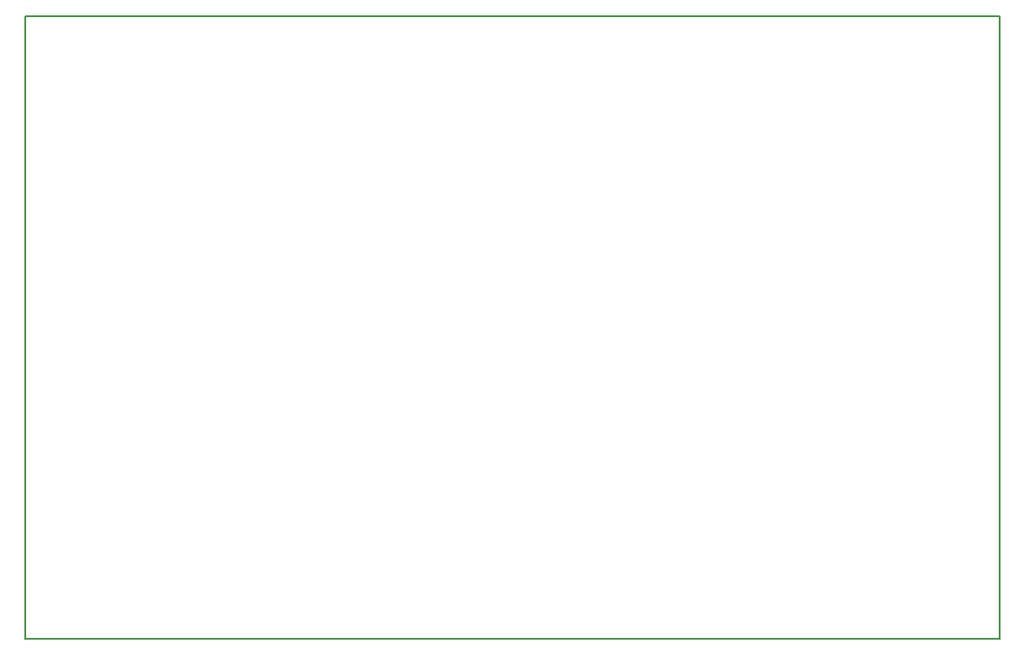
<source format=gbr>
G04 #@! TF.FileFunction,Profile,NP*
%FSLAX46Y46*%
G04 Gerber Fmt 4.6, Leading zero omitted, Abs format (unit mm)*
G04 Created by KiCad (PCBNEW 4.0.5) date 04/17/17 10:09:57*
%MOMM*%
%LPD*%
G01*
G04 APERTURE LIST*
%ADD10C,0.100000*%
%ADD11C,0.150000*%
G04 APERTURE END LIST*
D10*
D11*
X209000000Y-147000000D02*
X209000000Y-142500000D01*
X117500000Y-147000000D02*
X209000000Y-147000000D01*
X117500000Y-142500000D02*
X117500000Y-147000000D01*
X209000000Y-89500000D02*
X209000000Y-88500000D01*
X117500000Y-89500000D02*
X117500000Y-88500000D01*
X117500000Y-88500000D02*
X209000000Y-88500000D01*
X209000000Y-89500000D02*
X209000000Y-142500000D01*
X117500000Y-91000000D02*
X117500000Y-89500000D01*
X117500000Y-141000000D02*
X117500000Y-142500000D01*
X117500000Y-141000000D02*
X117500000Y-91000000D01*
M02*

</source>
